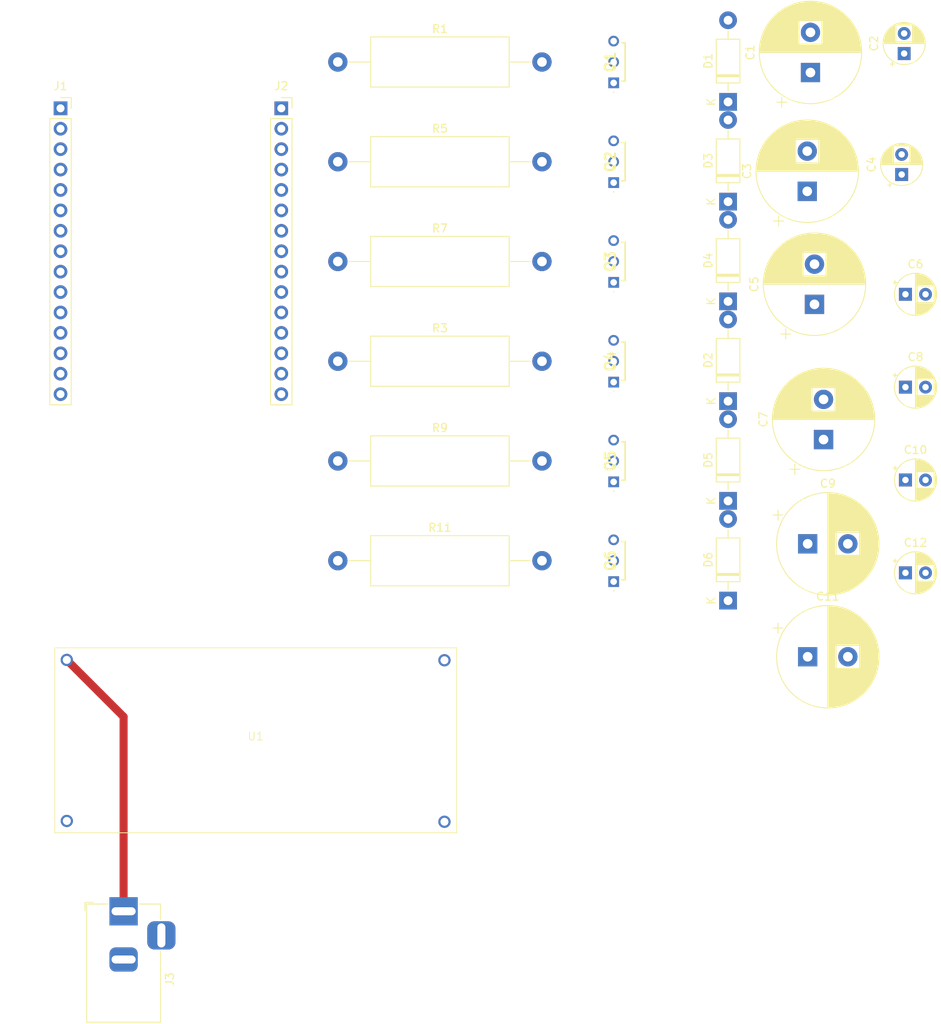
<source format=kicad_pcb>
(kicad_pcb (version 20240108) (generator "pcbnew") (generator_version "8.0")
  (layers (0 "F.Cu" signal) (31 "B.Cu" signal) (34 "B.Paste" user) (35 "F.Paste" user) (36 "B.SilkS" user "B.Silkscreen") (37 "F.SilkS" user "F.Silkscreen") (38 "B.Mask" user) (39 "F.Mask" user) (44 "Edge.Cuts" user))
  (net 0 "")
  (net 1 "VCC7_5")
  (net 2 "GND")
  (net 3 "D13")
  (net 4 "D33")
  (net 5 "D35")
  (net 6 "VIN")
  (net 7 "EN")
  (net 8 "VN")
  (net 9 "D34")
  (net 10 "VP")
  (net 11 "D12")
  (net 12 "D26")
  (net 13 "D14")
  (net 14 "D25")
  (net 15 "D27")
  (net 16 "D32")
  (net 17 "D16")
  (net 18 "D23")
  (net 19 "D2")
  (net 20 "D19")
  (net 21 "D15")
  (net 22 "D21")
  (net 23 "VDD3_3")
  (net 24 "D4")
  (net 25 "D22")
  (net 26 "TX0")
  (net 27 "D5")
  (net 28 "RX0")
  (net 29 "D18")
  (net 30 "D17")
  (net 31 "Net-(Q1-B)")
  (net 32 "Net-(Q2-B)")
  (net 33 "Net-(Q3-B)")
  (net 34 "Net-(Q4-B)")
  (net 35 "Net-(Q5-B)")
  (net 36 "Net-(Q6-B)")
  (net 37 "VCC12")
  (footprint "Capacitor_THT:CP_Radial_D12.5mm_P5.00mm" (layer "F.Cu") (at 224.58 66.89 90)
    (property "Reference" "C5" (at 2.5 -7.5 90) (layer "F.SilkS"))
    (property "Value" "470uF")
    (pad "1" thru_hole rect (at 0 0 90) (size 2.4 2.4) (drill 1.2) (layers "*.Cu" "*.Mask") (net 1 "VCC7_5"))
    (pad "2" thru_hole circle (at 5 0 90) (size 2.4 2.4) (drill 1.2) (layers "*.Cu" "*.Mask") (net 2 "GND"))
  )
  (footprint "Capacitor_THT:CP_Radial_D12.5mm_P5.00mm" (layer "F.Cu") (at 223.736041 110.73)
    (property "Reference" "C11" (at 2.5 -7.5 0) (layer "F.SilkS"))
    (property "Value" "470uF")
    (pad "1" thru_hole rect (at 0 0) (size 2.4 2.4) (drill 1.2) (layers "*.Cu" "*.Mask") (net 1 "VCC7_5"))
    (pad "2" thru_hole circle (at 5 0) (size 2.4 2.4) (drill 1.2) (layers "*.Cu" "*.Mask") (net 2 "GND"))
  )
  (footprint "Capacitor_THT:CP_Radial_D12.5mm_P5.00mm" (layer "F.Cu") (at 224.08 38.053959 90)
    (property "Reference" "C1" (at 2.5 -7.5 90) (layer "F.SilkS"))
    (property "Value" "470uF")
    (pad "1" thru_hole rect (at 0 0 90) (size 2.4 2.4) (drill 1.2) (layers "*.Cu" "*.Mask") (net 1 "VCC7_5"))
    (pad "2" thru_hole circle (at 5 0 90) (size 2.4 2.4) (drill 1.2) (layers "*.Cu" "*.Mask") (net 2 "GND"))
  )
  (footprint "Diode_THT:D_DO-41_SOD81_P10.16mm_Horizontal" (layer "F.Cu") (at 213.83 41.708 90)
    (property "Reference" "D1" (at 5.08 -2.47 90) (layer "F.SilkS"))
    (property "Value" "1N4007")
    (fp_text user "K" (at 0 -2.1 90) (layer "F.SilkS"))
    (pad "1" thru_hole rect (at 0 0 90) (size 2.2 2.2) (drill 1.1) (layers "*.Cu" "*.Mask") (net 1 "VCC7_5"))
    (pad "2" thru_hole oval (at 10.16 0 90) (size 2.2 2.2) (drill 1.1) (layers "*.Cu" "*.Mask") (net 2 "GND"))
  )
  (footprint "barreljack:BarrelJack_Horizontal" (layer "F.Cu") (at 138.61 142.392 90)
    (property "Reference" "J3" (at -8.45 5.75 90) (layer "F.SilkS"))
    (property "Value" "Barrel_Jack_Switch")
    (pad "1" thru_hole rect (at 0 0 90) (size 3.5 3.5) (drill oval 1 3) (layers "*.Cu" "*.Mask") (net 37 "VCC12"))
    (pad "2" thru_hole roundrect (at -6 0 90) (size 3 3.5) (drill oval 1 3) (layers "*.Cu" "*.Mask") (net 2 "GND"))
    (pad "3" thru_hole roundrect (at -3 4.7 90) (size 3.5 3.5) (drill oval 3 1) (layers "*.Cu" "*.Mask") (net 2 "GND"))
  )
  (footprint "bc337:BC33716TA" (layer "F.Cu") (at 199.59 64.158 90)
    (property "Reference" "Q3" (at 2.6 -0.41 90) (layer "F.SilkS") (effects (font (size 1.27 1.27) (thickness 0.254))))
    (property "Value" "BC337" (hide yes))
    (pad "1" thru_hole rect (at 0 0 90) (size 1.333 1.333) (drill 0.82) (layers "*.Cu" "*.Mask") (net 1 "VCC7_5"))
    (pad "2" thru_hole circle (at 2.6 0 90) (size 1.333 1.333) (drill 0.82) (layers "*.Cu" "*.Mask") (net 33 "Net-(Q3-B)"))
    (pad "3" thru_hole circle (at 5.2 0 90) (size 1.333 1.333) (drill 0.82) (layers "*.Cu" "*.Mask") (net 2 "GND"))
  )
  (footprint "Resistor_THT:R_Axial_DIN0617_L17.0mm_D6.0mm_P25.40mm_Horizontal" (layer "F.Cu") (at 165.27 86.374)
    (property "Reference" "R9" (at 12.7 -4.12 0) (layer "F.SilkS"))
    (property "Value" "0")
    (pad "1" thru_hole circle (at 0 0) (size 2.4 2.4) (drill 1.2) (layers "*.Cu" "*.Mask") (net 29 "D18"))
    (pad "2" thru_hole oval (at 25.4 0) (size 2.4 2.4) (drill 1.2) (layers "*.Cu" "*.Mask") (net 35 "Net-(Q5-B)"))
  )
  (footprint "Connector_PinSocket_2.54mm:PinSocket_1x15_P2.54mm_Vertical" (layer "F.Cu") (at 130.76 42.502)
    (property "Reference" "J1" (at 0 -2.77 0) (layer "F.SilkS"))
    (property "Value" "Conn_01x15_Socket")
    (pad "1" thru_hole rect (at 0 0) (size 1.7 1.7) (drill 1) (layers "*.Cu" "*.Mask") (net 7 "EN"))
    (pad "2" thru_hole oval (at 0 2.54) (size 1.7 1.7) (drill 1) (layers "*.Cu" "*.Mask") (net 10 "VP"))
    (pad "3" thru_hole oval (at 0 5.08) (size 1.7 1.7) (drill 1) (layers "*.Cu" "*.Mask") (net 8 "VN"))
    (pad "4" thru_hole oval (at 0 7.62) (size 1.7 1.7) (drill 1) (layers "*.Cu" "*.Mask") (net 9 "D34"))
    (pad "5" thru_hole oval (at 0 10.16) (size 1.7 1.7) (drill 1) (layers "*.Cu" "*.Mask") (net 5 "D35"))
    (pad "6" thru_hole oval (at 0 12.7) (size 1.7 1.7) (drill 1) (layers "*.Cu" "*.Mask") (net 16 "D32"))
    (pad "7" thru_hole oval (at 0 15.24) (size 1.7 1.7) (drill 1) (layers "*.Cu" "*.Mask") (net 4 "D33"))
    (pad "8" thru_hole oval (at 0 17.78) (size 1.7 1.7) (drill 1) (layers "*.Cu" "*.Mask") (net 14 "D25"))
    (pad "9" thru_hole oval (at 0 20.32) (size 1.7 1.7) (drill 1) (layers "*.Cu" "*.Mask") (net 12 "D26"))
    (pad "10" thru_hole oval (at 0 22.86) (size 1.7 1.7) (drill 1) (layers "*.Cu" "*.Mask") (net 15 "D27"))
    (pad "11" thru_hole oval (at 0 25.4) (size 1.7 1.7) (drill 1) (layers "*.Cu" "*.Mask") (net 13 "D14"))
    (pad "12" thru_hole oval (at 0 27.94) (size 1.7 1.7) (drill 1) (layers "*.Cu" "*.Mask") (net 11 "D12"))
    (pad "13" thru_hole oval (at 0 30.48) (size 1.7 1.7) (drill 1) (layers "*.Cu" "*.Mask") (net 3 "D13"))
    (pad "14" thru_hole oval (at 0 33.02) (size 1.7 1.7) (drill 1) (layers "*.Cu" "*.Mask") (net 2 "GND"))
    (pad "15" thru_hole oval (at 0 35.56) (size 1.7 1.7) (drill 1) (layers "*.Cu" "*.Mask") (net 6 "VIN"))
  )
  (footprint "Diode_THT:D_DO-41_SOD81_P10.16mm_Horizontal" (layer "F.Cu") (at 213.83 54.116 90)
    (property "Reference" "D3" (at 5.08 -2.47 90) (layer "F.SilkS"))
    (property "Value" "1N4007")
    (fp_text user "K" (at 0 -2.1 90) (layer "F.SilkS"))
    (pad "1" thru_hole rect (at 0 0 90) (size 2.2 2.2) (drill 1.1) (layers "*.Cu" "*.Mask") (net 1 "VCC7_5"))
    (pad "2" thru_hole oval (at 10.16 0 90) (size 2.2 2.2) (drill 1.1) (layers "*.Cu" "*.Mask") (net 2 "GND"))
  )
  (footprint "Capacitor_THT:CP_Radial_D12.5mm_P5.00mm" (layer "F.Cu") (at 225.71 83.71 90)
    (property "Reference" "C7" (at 2.5 -7.5 90) (layer "F.SilkS"))
    (property "Value" "470uF")
    (pad "1" thru_hole rect (at 0 0 90) (size 2.4 2.4) (drill 1.2) (layers "*.Cu" "*.Mask") (net 1 "VCC7_5"))
    (pad "2" thru_hole circle (at 5 0 90) (size 2.4 2.4) (drill 1.2) (layers "*.Cu" "*.Mask") (net 2 "GND"))
  )
  (footprint "Diode_THT:D_DO-41_SOD81_P10.16mm_Horizontal" (layer "F.Cu") (at 213.83 78.932 90)
    (property "Reference" "D2" (at 5.08 -2.47 90) (layer "F.SilkS"))
    (property "Value" "1N4007")
    (fp_text user "K" (at 0 -2.1 90) (layer "F.SilkS"))
    (pad "1" thru_hole rect (at 0 0 90) (size 2.2 2.2) (drill 1.1) (layers "*.Cu" "*.Mask") (net 1 "VCC7_5"))
    (pad "2" thru_hole oval (at 10.16 0 90) (size 2.2 2.2) (drill 1.1) (layers "*.Cu" "*.Mask") (net 2 "GND"))
  )
  (footprint "Capacitor_THT:CP_Radial_D5.0mm_P2.50mm" (layer "F.Cu") (at 235.74 35.69 90)
    (property "Reference" "C2" (at 1.25 -3.75 90) (layer "F.SilkS"))
    (property "Value" "100nF")
    (pad "1" thru_hole rect (at 0 0 90) (size 1.6 1.6) (drill 0.8) (layers "*.Cu" "*.Mask") (net 1 "VCC7_5"))
    (pad "2" thru_hole circle (at 2.5 0 90) (size 1.6 1.6) (drill 0.8) (layers "*.Cu" "*.Mask") (net 2 "GND"))
  )
  (footprint "Diode_THT:D_DO-41_SOD81_P10.16mm_Horizontal" (layer "F.Cu") (at 213.83 103.748 90)
    (property "Reference" "D6" (at 5.08 -2.47 90) (layer "F.SilkS"))
    (property "Value" "1N4007")
    (fp_text user "K" (at 0 -2.1 90) (layer "F.SilkS"))
    (pad "1" thru_hole rect (at 0 0 90) (size 2.2 2.2) (drill 1.1) (layers "*.Cu" "*.Mask") (net 1 "VCC7_5"))
    (pad "2" thru_hole oval (at 10.16 0 90) (size 2.2 2.2) (drill 1.1) (layers "*.Cu" "*.Mask") (net 2 "GND"))
  )
  (footprint "Capacitor_THT:CP_Radial_D5.0mm_P2.50mm" (layer "F.Cu") (at 235.43 50.74 90)
    (property "Reference" "C4" (at 1.25 -3.75 90) (layer "F.SilkS"))
    (property "Value" "100nF")
    (pad "1" thru_hole rect (at 0 0 90) (size 1.6 1.6) (drill 0.8) (layers "*.Cu" "*.Mask") (net 1 "VCC7_5"))
    (pad "2" thru_hole circle (at 2.5 0 90) (size 1.6 1.6) (drill 0.8) (layers "*.Cu" "*.Mask") (net 2 "GND"))
  )
  (footprint "Resistor_THT:R_Axial_DIN0617_L17.0mm_D6.0mm_P25.40mm_Horizontal" (layer "F.Cu") (at 165.27 49.15)
    (property "Reference" "R5" (at 12.7 -4.12 0) (layer "F.SilkS"))
    (property "Value" "0")
    (pad "1" thru_hole circle (at 0 0) (size 2.4 2.4) (drill 1.2) (layers "*.Cu" "*.Mask") (net 27 "D5"))
    (pad "2" thru_hole oval (at 25.4 0) (size 2.4 2.4) (drill 1.2) (layers "*.Cu" "*.Mask") (net 32 "Net-(Q2-B)"))
  )
  (footprint "bc337:BC33716TA" (layer "F.Cu") (at 199.59 101.382 90)
    (property "Reference" "Q6" (at 2.6 -0.41 90) (layer "F.SilkS") (effects (font (size 1.27 1.27) (thickness 0.254))))
    (property "Value" "BC337" (hide yes))
    (pad "1" thru_hole rect (at 0 0 90) (size 1.333 1.333) (drill 0.82) (layers "*.Cu" "*.Mask") (net 1 "VCC7_5"))
    (pad "2" thru_hole circle (at 2.6 0 90) (size 1.333 1.333) (drill 0.82) (layers "*.Cu" "*.Mask") (net 36 "Net-(Q6-B)"))
    (pad "3" thru_hole circle (at 5.2 0 90) (size 1.333 1.333) (drill 0.82) (layers "*.Cu" "*.Mask") (net 2 "GND"))
  )
  (footprint "Resistor_THT:R_Axial_DIN0617_L17.0mm_D6.0mm_P25.40mm_Horizontal" (layer "F.Cu") (at 165.27 73.966)
    (property "Reference" "R3" (at 12.7 -4.12 0) (layer "F.SilkS"))
    (property "Value" "0")
    (pad "1" thru_hole circle (at 0 0) (size 2.4 2.4) (drill 1.2) (layers "*.Cu" "*.Mask") (net 20 "D19"))
    (pad "2" thru_hole oval (at 25.4 0) (size 2.4 2.4) (drill 1.2) (layers "*.Cu" "*.Mask") (net 34 "Net-(Q4-B)"))
  )
  (footprint "Capacitor_THT:CP_Radial_D12.5mm_P5.00mm" (layer "F.Cu") (at 223.68 52.83 90)
    (property "Reference" "C3" (at 2.5 -7.5 90) (layer "F.SilkS"))
    (property "Value" "470uF")
    (pad "1" thru_hole rect (at 0 0 90) (size 2.4 2.4) (drill 1.2) (layers "*.Cu" "*.Mask") (net 1 "VCC7_5"))
    (pad "2" thru_hole circle (at 5 0 90) (size 2.4 2.4) (drill 1.2) (layers "*.Cu" "*.Mask") (net 2 "GND"))
  )
  (footprint "Diode_THT:D_DO-41_SOD81_P10.16mm_Horizontal" (layer "F.Cu") (at 213.83 91.34 90)
    (property "Reference" "D5" (at 5.08 -2.47 90) (layer "F.SilkS"))
    (property "Value" "1N4007")
    (fp_text user "K" (at 0 -2.1 90) (layer "F.SilkS"))
    (pad "1" thru_hole rect (at 0 0 90) (size 2.2 2.2) (drill 1.1) (layers "*.Cu" "*.Mask") (net 1 "VCC7_5"))
    (pad "2" thru_hole oval (at 10.16 0 90) (size 2.2 2.2) (drill 1.1) (layers "*.Cu" "*.Mask") (net 2 "GND"))
  )
  (footprint "Capacitor_THT:CP_Radial_D12.5mm_P5.00mm" (layer "F.Cu") (at 223.736041 96.68)
    (property "Reference" "C9" (at 2.5 -7.5 0) (layer "F.SilkS"))
    (property "Value" "470uF")
    (pad "1" thru_hole rect (at 0 0) (size 2.4 2.4) (drill 1.2) (layers "*.Cu" "*.Mask") (net 1 "VCC7_5"))
    (pad "2" thru_hole circle (at 5 0) (size 2.4 2.4) (drill 1.2) (layers "*.Cu" "*.Mask") (net 2 "GND"))
  )
  (footprint "bc337:BC33716TA" (layer "F.Cu") (at 199.59 51.75 90)
    (property "Reference" "Q2" (at 2.6 -0.41 90) (layer "F.SilkS") (effects (font (size 1.27 1.27) (thickness 0.254))))
    (property "Value" "BC337" (hide yes))
    (pad "1" thru_hole rect (at 0 0 90) (size 1.333 1.333) (drill 0.82) (layers "*.Cu" "*.Mask") (net 1 "VCC7_5"))
    (pad "2" thru_hole circle (at 2.6 0 90) (size 1.333 1.333) (drill 0.82) (layers "*.Cu" "*.Mask") (net 32 "Net-(Q2-B)"))
    (pad "3" thru_hole circle (at 5.2 0 90) (size 1.333 1.333) (drill 0.82) (layers "*.Cu" "*.Mask") (net 2 "GND"))
  )
  (footprint "lm2596:LM2596_Module" (layer "F.Cu") (at 155.04 121.122)
    (property "Reference" "U1" (at 0 -0.5 0) (layer "F.SilkS") (effects (font (thickness 0.1))))
    (property "Value" "LM2596")
    (pad "1" thru_hole circle (at -23.5 -10) (size 1.524 1.524) (drill 1) (layers "*.Cu" "*.Mask") (net 37 "VCC12"))
    (pad "2" thru_hole circle (at -23.495 10.033) (size 1.524 1.524) (drill 1) (layers "*.Cu" "*.Mask") (net 2 "GND"))
    (pad "3" thru_hole circle (at 23.495 -9.9568) (size 1.524 1.524) (drill 1) (layers "*.Cu" "*.Mask") (net 1 "VCC7_5"))
    (pad "4" thru_hole circle (at 23.495 10.1346) (size 1.524 1.524) (drill 1) (layers "*.Cu" "*.Mask") (net 2 "GND"))
  )
  (footprint "bc337:BC33716TA" (layer "F.Cu") (at 199.59 39.342 90)
    (property "Reference" "Q1" (at 2.6 -0.41 90) (layer "F.SilkS") (effects (font (size 1.27 1.27) (thickness 0.254))))
    (property "Value" "BC337" (hide yes))
    (pad "1" thru_hole rect (at 0 0 90) (size 1.333 1.333) (drill 0.82) (layers "*.Cu" "*.Mask") (net 1 "VCC7_5"))
    (pad "2" thru_hole circle (at 2.6 0 90) (size 1.333 1.333) (drill 0.82) (layers "*.Cu" "*.Mask") (net 31 "Net-(Q1-B)"))
    (pad "3" thru_hole circle (at 5.2 0 90) (size 1.333 1.333) (drill 0.82) (layers "*.Cu" "*.Mask") (net 2 "GND"))
  )
  (footprint "bc337:BC33716TA" (layer "F.Cu") (at 199.59 76.566 90)
    (property "Reference" "Q4" (at 2.6 -0.41 90) (layer "F.SilkS") (effects (font (size 1.27 1.27) (thickness 0.254))))
    (property "Value" "BC337" (hide yes))
    (pad "1" thru_hole rect (at 0 0 90) (size 1.333 1.333) (drill 0.82) (layers "*.Cu" "*.Mask") (net 1 "VCC7_5"))
    (pad "2" thru_hole circle (at 2.6 0 90) (size 1.333 1.333) (drill 0.82) (layers "*.Cu" "*.Mask") (net 34 "Net-(Q4-B)"))
    (pad "3" thru_hole circle (at 5.2 0 90) (size 1.333 1.333) (drill 0.82) (layers "*.Cu" "*.Mask") (net 2 "GND"))
  )
  (footprint "Capacitor_THT:CP_Radial_D5.0mm_P2.50mm" (layer "F.Cu") (at 235.9 77.19)
    (property "Reference" "C8" (at 1.25 -3.75 0) (layer "F.SilkS"))
    (property "Value" "100nF")
    (pad "1" thru_hole rect (at 0 0) (size 1.6 1.6) (drill 0.8) (layers "*.Cu" "*.Mask") (net 1 "VCC7_5"))
    (pad "2" thru_hole circle (at 2.5 0) (size 1.6 1.6) (drill 0.8) (layers "*.Cu" "*.Mask") (net 2 "GND"))
  )
  (footprint "Resistor_THT:R_Axial_DIN0617_L17.0mm_D6.0mm_P25.40mm_Horizontal" (layer "F.Cu") (at 165.27 61.558)
    (property "Reference" "R7" (at 12.7 -4.12 0) (layer "F.SilkS"))
    (property "Value" "0")
    (pad "1" thru_hole circle (at 0 0) (size 2.4 2.4) (drill 1.2) (layers "*.Cu" "*.Mask") (net 30 "D17"))
    (pad "2" thru_hole oval (at 25.4 0) (size 2.4 2.4) (drill 1.2) (layers "*.Cu" "*.Mask") (net 33 "Net-(Q3-B)"))
  )
  (footprint "Capacitor_THT:CP_Radial_D5.0mm_P2.50mm" (layer "F.Cu") (at 235.9 100.29)
    (property "Reference" "C12" (at 1.25 -3.75 0) (layer "F.SilkS"))
    (property "Value" "100nF")
    (pad "1" thru_hole rect (at 0 0) (size 1.6 1.6) (drill 0.8) (layers "*.Cu" "*.Mask") (net 1 "VCC7_5"))
    (pad "2" thru_hole circle (at 2.5 0) (size 1.6 1.6) (drill 0.8) (layers "*.Cu" "*.Mask") (net 2 "GND"))
  )
  (footprint "Resistor_THT:R_Axial_DIN0617_L17.0mm_D6.0mm_P25.40mm_Horizontal" (layer "F.Cu") (at 165.27 36.742)
    (property "Reference" "R1" (at 12.7 -4.12 0) (layer "F.SilkS"))
    (property "Value" "0")
    (pad "1" thru_hole circle (at 0 0) (size 2.4 2.4) (drill 1.2) (layers "*.Cu" "*.Mask") (net 22 "D21"))
    (pad "2" thru_hole oval (at 25.4 0) (size 2.4 2.4) (drill 1.2) (layers "*.Cu" "*.Mask") (net 31 "Net-(Q1-B)"))
  )
  (footprint "Capacitor_THT:CP_Radial_D5.0mm_P2.50mm" (layer "F.Cu") (at 235.9 88.74)
    (property "Reference" "C10" (at 1.25 -3.75 0) (layer "F.SilkS"))
    (property "Value" "100nF")
    (pad "1" thru_hole rect (at 0 0) (size 1.6 1.6) (drill 0.8) (layers "*.Cu" "*.Mask") (net 1 "VCC7_5"))
    (pad "2" thru_hole circle (at 2.5 0) (size 1.6 1.6) (drill 0.8) (layers "*.Cu" "*.Mask") (net 2 "GND"))
  )
  (footprint "bc337:BC33716TA" (layer "F.Cu") (at 199.59 88.974 90)
    (property "Reference" "Q5" (at 2.6 -0.41 90) (layer "F.SilkS") (effects (font (size 1.27 1.27) (thickness 0.254))))
    (property "Value" "BC337" (hide yes))
    (pad "1" thru_hole rect (at 0 0 90) (size 1.333 1.333) (drill 0.82) (layers "*.Cu" "*.Mask") (net 1 "VCC7_5"))
    (pad "2" thru_hole circle (at 2.6 0 90) (size 1.333 1.333) (drill 0.82) (layers "*.Cu" "*.Mask") (net 35 "Net-(Q5-B)"))
    (pad "3" thru_hole circle (at 5.2 0 90) (size 1.333 1.333) (drill 0.82) (layers "*.Cu" "*.Mask") (net 2 "GND"))
  )
  (footprint "Resistor_THT:R_Axial_DIN0617_L17.0mm_D6.0mm_P25.40mm_Horizontal" (layer "F.Cu") (at 165.27 98.782)
    (property "Reference" "R11" (at 12.7 -4.12 0) (layer "F.SilkS"))
    (property "Value" "0")
    (pad "1" thru_hole circle (at 0 0) (size 2.4 2.4) (drill 1.2) (layers "*.Cu" "*.Mask") (net 17 "D16"))
    (pad "2" thru_hole oval (at 25.4 0) (size 2.4 2.4) (drill 1.2) (layers "*.Cu" "*.Mask") (net 36 "Net-(Q6-B)"))
  )
  (footprint "Connector_PinSocket_2.54mm:PinSocket_1x15_P2.54mm_Vertical" (layer "F.Cu") (at 158.235 42.502)
    (property "Reference" "J2" (at 0 -2.77 0) (layer "F.SilkS"))
    (property "Value" "Conn_01x15_Socket")
    (pad "1" thru_hole rect (at 0 0) (size 1.7 1.7) (drill 1) (layers "*.Cu" "*.Mask") (net 23 "VDD3_3"))
    (pad "2" thru_hole oval (at 0 2.54) (size 1.7 1.7) (drill 1) (layers "*.Cu" "*.Mask") (net 2 "GND"))
    (pad "3" thru_hole oval (at 0 5.08) (size 1.7 1.7) (drill 1) (layers "*.Cu" "*.Mask") (net 21 "D15"))
    (pad "4" thru_hole oval (at 0 7.62) (size 1.7 1.7) (drill 1) (layers "*.Cu" "*.Mask") (net 19 "D2"))
    (pad "5" thru_hole oval (at 0 10.16) (size 1.7 1.7) (drill 1) (layers "*.Cu" "*.Mask") (net 24 "D4"))
    (pad "6" thru_hole oval (at 0 12.7) (size 1.7 1.7) (drill 1) (layers "*.Cu" "*.Mask") (net 17 "D16"))
    (pad "7" thru_hole oval (at 0 15.24) (size 1.7 1.7) (drill 1) (layers "*.Cu" "*.Mask") (net 30 "D17"))
    (pad "8" thru_hole oval (at 0 17.78) (size 1.7 1.7) (drill 1) (layers "*.Cu" "*.Mask") (net 27 "D5"))
    (pad "9" thru_hole oval (at 0 20.32) (size 1.7 1.7) (drill 1) (layers "*.Cu" "*.Mask") (net 29 "D18"))
    (pad "10" thru_hole oval (at 0 22.86) (size 1.7 1.7) (drill 1) (layers "*.Cu" "*.Mask") (net 20 "D19"))
    (pad "11" thru_hole oval (at 0 25.4) (size 1.7 1.7) (drill 1) (layers "*.Cu" "*.Mask") (net 22 "D21"))
    (pad "12" thru_hole oval (at 0 27.94) (size 1.7 1.7) (drill 1) (layers "*.Cu" "*.Mask") (net 28 "RX0"))
    (pad "13" thru_hole oval (at 0 30.48) (size 1.7 1.7) (drill 1) (layers "*.Cu" "*.Mask") (net 26 "TX0"))
    (pad "14" thru_hole oval (at 0 33.02) (size 1.7 1.7) (drill 1) (layers "*.Cu" "*.Mask") (net 25 "D22"))
    (pad "15" thru_hole oval (at 0 35.56) (size 1.7 1.7) (drill 1) (layers "*.Cu" "*.Mask") (net 18 "D23"))
  )
  (footprint "Diode_THT:D_DO-41_SOD81_P10.16mm_Horizontal" (layer "F.Cu") (at 213.83 66.524 90)
    (property "Reference" "D4" (at 5.08 -2.47 90) (layer "F.SilkS"))
    (property "Value" "1N4007")
    (fp_text user "K" (at 0 -2.1 90) (layer "F.SilkS"))
    (pad "1" thru_hole rect (at 0 0 90) (size 2.2 2.2) (drill 1.1) (layers "*.Cu" "*.Mask") (net 1 "VCC7_5"))
    (pad "2" thru_hole oval (at 10.16 0 90) (size 2.2 2.2) (drill 1.1) (layers "*.Cu" "*.Mask") (net 2 "GND"))
  )
  (footprint "Capacitor_THT:CP_Radial_D5.0mm_P2.50mm" (layer "F.Cu") (at 235.9 65.64)
    (property "Reference" "C6" (at 1.25 -3.75 0) (layer "F.SilkS"))
    (property "Value" "100nF")
    (pad "1" thru_hole rect (at 0 0) (size 1.6 1.6) (drill 0.8) (layers "*.Cu" "*.Mask") (net 1 "VCC7_5"))
    (pad "2" thru_hole circle (at 2.5 0) (size 1.6 1.6) (drill 0.8) (layers "*.Cu" "*.Mask") (net 2 "GND"))
  )
  (segment (start 138.61 142.392) (end 138.61 118.192) (width 1) (layer "F.Cu") (net 37))
  (segment (start 138.61 118.192) (end 131.54 111.122) (width 1) (layer "F.Cu") (net 37))
)
</source>
